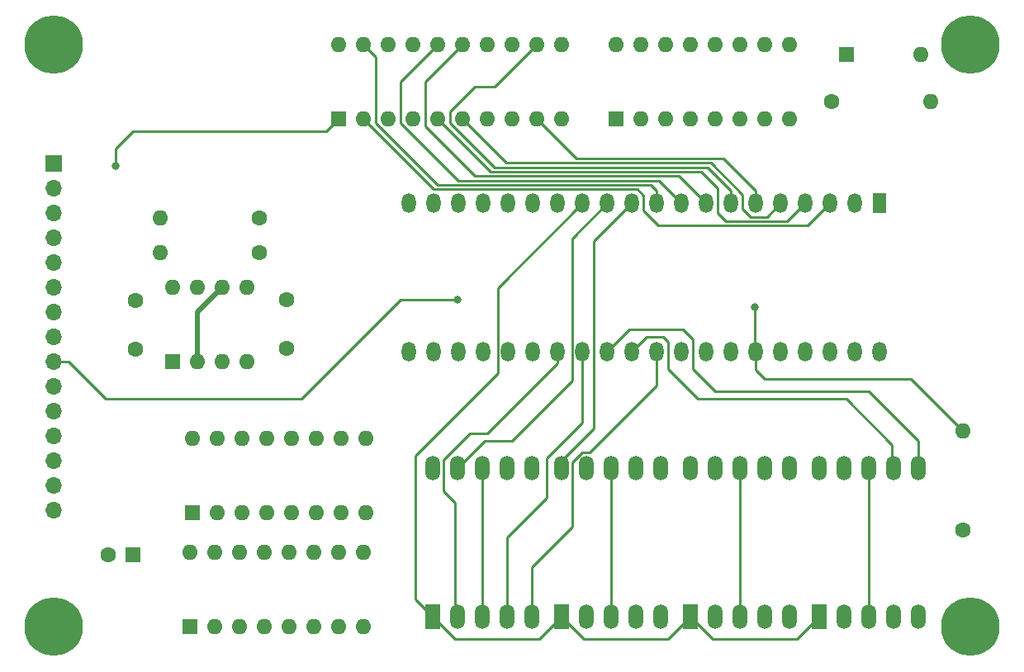
<source format=gbr>
%TF.GenerationSoftware,KiCad,Pcbnew,(5.1.10-1-10_14)*%
%TF.CreationDate,2021-07-31T23:03:57-04:00*%
%TF.ProjectId,DISPLAY,44495350-4c41-4592-9e6b-696361645f70,rev?*%
%TF.SameCoordinates,Original*%
%TF.FileFunction,Copper,L2,Inr*%
%TF.FilePolarity,Positive*%
%FSLAX46Y46*%
G04 Gerber Fmt 4.6, Leading zero omitted, Abs format (unit mm)*
G04 Created by KiCad (PCBNEW (5.1.10-1-10_14)) date 2021-07-31 23:03:57*
%MOMM*%
%LPD*%
G01*
G04 APERTURE LIST*
%TA.AperFunction,ComponentPad*%
%ADD10O,1.700000X1.700000*%
%TD*%
%TA.AperFunction,ComponentPad*%
%ADD11R,1.700000X1.700000*%
%TD*%
%TA.AperFunction,ComponentPad*%
%ADD12O,1.600000X1.600000*%
%TD*%
%TA.AperFunction,ComponentPad*%
%ADD13C,1.600000*%
%TD*%
%TA.AperFunction,ComponentPad*%
%ADD14R,1.600000X1.600000*%
%TD*%
%TA.AperFunction,ComponentPad*%
%ADD15C,0.800000*%
%TD*%
%TA.AperFunction,ComponentPad*%
%ADD16C,6.000000*%
%TD*%
%TA.AperFunction,ComponentPad*%
%ADD17O,1.440000X2.000000*%
%TD*%
%TA.AperFunction,ComponentPad*%
%ADD18R,1.440000X2.000000*%
%TD*%
%TA.AperFunction,ComponentPad*%
%ADD19R,1.524000X2.524000*%
%TD*%
%TA.AperFunction,ComponentPad*%
%ADD20O,1.524000X2.524000*%
%TD*%
%TA.AperFunction,ViaPad*%
%ADD21C,0.800000*%
%TD*%
%TA.AperFunction,Conductor*%
%ADD22C,0.500000*%
%TD*%
%TA.AperFunction,Conductor*%
%ADD23C,0.250000*%
%TD*%
G04 APERTURE END LIST*
D10*
%TO.N,VCC*%
%TO.C,J2*%
X86868000Y-58928000D03*
%TO.N,GND*%
X86868000Y-56388000D03*
%TO.N,SIGNED*%
X86868000Y-53848000D03*
%TO.N,RST*%
X86868000Y-51308000D03*
%TO.N,CLOCK*%
X86868000Y-48768000D03*
%TO.N,OI*%
X86868000Y-46228000D03*
%TO.N,HEX*%
X86868000Y-43688000D03*
%TO.N,BUS0*%
X86868000Y-41148000D03*
%TO.N,BUS1*%
X86868000Y-38608000D03*
%TO.N,BUS2*%
X86868000Y-36068000D03*
%TO.N,BUS3*%
X86868000Y-33528000D03*
%TO.N,BUS4*%
X86868000Y-30988000D03*
%TO.N,BUS5*%
X86868000Y-28448000D03*
%TO.N,BUS6*%
X86868000Y-25908000D03*
D11*
%TO.N,BUS7*%
X86868000Y-23368000D03*
%TD*%
D12*
%TO.N,HEX*%
%TO.C,R2*%
X180086000Y-50800000D03*
D13*
%TO.N,GND*%
X180086000Y-60960000D03*
%TD*%
D12*
%TO.N,SIGNED*%
%TO.C,SW1*%
X175768000Y-12192000D03*
D14*
%TO.N,VCC*%
X168148000Y-12192000D03*
%TD*%
D12*
%TO.N,SIGNED*%
%TO.C,R1*%
X176784000Y-17018000D03*
D13*
%TO.N,GND*%
X166624000Y-17018000D03*
%TD*%
%TO.N,GND*%
%TO.C,C16*%
X92496000Y-63500000D03*
D14*
%TO.N,VCC*%
X94996000Y-63500000D03*
%TD*%
D15*
%TO.N,N/C*%
%TO.C,REF\u002A\u002A*%
X88458990Y-9585010D03*
X86868000Y-8926000D03*
X85277010Y-9585010D03*
X84618000Y-11176000D03*
X85277010Y-12766990D03*
X86868000Y-13426000D03*
X88458990Y-12766990D03*
X89118000Y-11176000D03*
D16*
X86868000Y-11176000D03*
%TD*%
%TO.N,N/C*%
%TO.C,REF\u002A\u002A*%
X86868000Y-70866000D03*
D15*
X89118000Y-70866000D03*
X88458990Y-72456990D03*
X86868000Y-73116000D03*
X85277010Y-72456990D03*
X84618000Y-70866000D03*
X85277010Y-69275010D03*
X86868000Y-68616000D03*
X88458990Y-69275010D03*
%TD*%
D16*
%TO.N,N/C*%
%TO.C,REF\u002A\u002A*%
X180848000Y-11176000D03*
D15*
X183098000Y-11176000D03*
X182438990Y-12766990D03*
X180848000Y-13426000D03*
X179257010Y-12766990D03*
X178598000Y-11176000D03*
X179257010Y-9585010D03*
X180848000Y-8926000D03*
X182438990Y-9585010D03*
%TD*%
%TO.N,N/C*%
%TO.C,REF\u002A\u002A*%
X182438990Y-69275010D03*
X180848000Y-68616000D03*
X179257010Y-69275010D03*
X178598000Y-70866000D03*
X179257010Y-72456990D03*
X180848000Y-73116000D03*
X182438990Y-72456990D03*
X183098000Y-70866000D03*
D16*
X180848000Y-70866000D03*
%TD*%
D12*
%TO.N,VCC*%
%TO.C,U4332*%
X100838000Y-63246000D03*
%TO.N,GND*%
X118618000Y-70866000D03*
%TO.N,N/C*%
X103378000Y-63246000D03*
%TO.N,SIGN_DISPLAY*%
X116078000Y-70866000D03*
%TO.N,N/C*%
X105918000Y-63246000D03*
%TO.N,100_DISPLAY*%
X113538000Y-70866000D03*
%TO.N,N/C*%
X108458000Y-63246000D03*
%TO.N,10_DISPLAY*%
X110998000Y-70866000D03*
%TO.N,N/C*%
X110998000Y-63246000D03*
%TO.N,1_DISPLAY*%
X108458000Y-70866000D03*
%TO.N,N/C*%
X113538000Y-63246000D03*
%TO.N,A1*%
X105918000Y-70866000D03*
%TO.N,N/C*%
X116078000Y-63246000D03*
%TO.N,A0*%
X103378000Y-70866000D03*
%TO.N,N/C*%
X118618000Y-63246000D03*
D14*
%TO.N,GND*%
X100838000Y-70866000D03*
%TD*%
D12*
%TO.N,VCC*%
%TO.C,U2444*%
X101092000Y-51562000D03*
X118872000Y-59182000D03*
%TO.N,Net-(U2444-Pad15)*%
X103632000Y-51562000D03*
%TO.N,VCC*%
X116332000Y-59182000D03*
%TO.N,A0*%
X106172000Y-51562000D03*
X113792000Y-59182000D03*
%TO.N,GND*%
X108712000Y-51562000D03*
%TO.N,VCC*%
X111252000Y-59182000D03*
X111252000Y-51562000D03*
X108712000Y-59182000D03*
%TO.N,Net-(U2444-Pad11)*%
X113792000Y-51562000D03*
%TO.N,VCC*%
X106172000Y-59182000D03*
%TO.N,A1*%
X116332000Y-51562000D03*
%TO.N,VCC*%
X103632000Y-59182000D03*
X118872000Y-51562000D03*
D14*
%TO.N,RATE*%
X101092000Y-59182000D03*
%TD*%
D12*
%TO.N,VCC*%
%TO.C,U1555*%
X99060000Y-36068000D03*
%TO.N,Net-(U1555-Pad4)*%
X106680000Y-43688000D03*
%TO.N,Net-(R1452-Pad1)*%
X101600000Y-36068000D03*
%TO.N,RATE*%
X104140000Y-43688000D03*
%TO.N,Net-(C133-Pad2)*%
X104140000Y-36068000D03*
X101600000Y-43688000D03*
%TO.N,Net-(C233-Pad1)*%
X106680000Y-36068000D03*
D14*
%TO.N,GND*%
X99060000Y-43688000D03*
%TD*%
D17*
%TO.N,*%
%TO.C,U9*%
X123291600Y-42672000D03*
X123291600Y-27432000D03*
X125831600Y-42672000D03*
X125831600Y-27432000D03*
X128371600Y-42672000D03*
X128371600Y-27432000D03*
X130911600Y-42672000D03*
X130911600Y-27432000D03*
X133451600Y-42672000D03*
X133451600Y-27432000D03*
X135991600Y-42672000D03*
X135991600Y-27432000D03*
%TO.N,D_SEG*%
X138531600Y-42672000D03*
%TO.N,GND*%
X138531600Y-27432000D03*
%TO.N,C_SEG*%
X141071600Y-42672000D03*
%TO.N,E_SEG*%
X141071600Y-27432000D03*
%TO.N,B_SEG*%
X143611600Y-42672000D03*
%TO.N,F_SEG*%
X143611600Y-27432000D03*
%TO.N,A_SEG*%
X146151600Y-42672000D03*
%TO.N,G_SEG*%
X146151600Y-27432000D03*
%TO.N,DP_SEG*%
X148691600Y-42672000D03*
%TO.N,Net-(U3-Pad19)*%
X148691600Y-27432000D03*
%TO.N,GND*%
X151231600Y-42672000D03*
%TO.N,Net-(U3-Pad16)*%
X151231600Y-27432000D03*
%TO.N,SIGNED*%
X153771600Y-42672000D03*
%TO.N,Net-(U3-Pad15)*%
X153771600Y-27432000D03*
%TO.N,GND*%
X156311600Y-42672000D03*
%TO.N,Net-(U3-Pad12)*%
X156311600Y-27432000D03*
%TO.N,HEX*%
X158851600Y-42672000D03*
%TO.N,Net-(U3-Pad9)*%
X158851600Y-27432000D03*
%TO.N,A1*%
X161391600Y-42672000D03*
%TO.N,Net-(U3-Pad6)*%
X161391600Y-27432000D03*
%TO.N,A0*%
X163931600Y-42672000D03*
%TO.N,Net-(U3-Pad5)*%
X163931600Y-27432000D03*
%TO.N,GND*%
X166471600Y-42672000D03*
%TO.N,Net-(U3-Pad2)*%
X166471600Y-27432000D03*
%TO.N,VCC*%
X169011600Y-42672000D03*
%TO.N,GND*%
X169011600Y-27432000D03*
%TO.N,VCC*%
X171551600Y-42672000D03*
D18*
%TO.N,GND*%
X171551600Y-27432000D03*
%TD*%
D19*
%TO.N,E_SEG*%
%TO.C,U6*%
X165354000Y-69850000D03*
D20*
%TO.N,D_SEG*%
X167894000Y-69850000D03*
%TO.N,1_DISPLAY*%
X170434000Y-69850000D03*
%TO.N,C_SEG*%
X172974000Y-69850000D03*
%TO.N,DP_SEG*%
X175514000Y-69850000D03*
%TO.N,B_SEG*%
X175514000Y-54610000D03*
%TO.N,A_SEG*%
X172974000Y-54610000D03*
%TO.N,1_DISPLAY*%
X170434000Y-54610000D03*
%TO.N,F_SEG*%
X167894000Y-54610000D03*
%TO.N,G_SEG*%
X165354000Y-54610000D03*
%TD*%
D19*
%TO.N,E_SEG*%
%TO.C,U5*%
X152146000Y-69850000D03*
D20*
%TO.N,D_SEG*%
X154686000Y-69850000D03*
%TO.N,10_DISPLAY*%
X157226000Y-69850000D03*
%TO.N,C_SEG*%
X159766000Y-69850000D03*
%TO.N,DP_SEG*%
X162306000Y-69850000D03*
%TO.N,B_SEG*%
X162306000Y-54610000D03*
%TO.N,A_SEG*%
X159766000Y-54610000D03*
%TO.N,10_DISPLAY*%
X157226000Y-54610000D03*
%TO.N,F_SEG*%
X154686000Y-54610000D03*
%TO.N,G_SEG*%
X152146000Y-54610000D03*
%TD*%
D19*
%TO.N,E_SEG*%
%TO.C,U4*%
X138938000Y-69850000D03*
D20*
%TO.N,D_SEG*%
X141478000Y-69850000D03*
%TO.N,100_DISPLAY*%
X144018000Y-69850000D03*
%TO.N,C_SEG*%
X146558000Y-69850000D03*
%TO.N,DP_SEG*%
X149098000Y-69850000D03*
%TO.N,B_SEG*%
X149098000Y-54610000D03*
%TO.N,A_SEG*%
X146558000Y-54610000D03*
%TO.N,100_DISPLAY*%
X144018000Y-54610000D03*
%TO.N,F_SEG*%
X141478000Y-54610000D03*
%TO.N,G_SEG*%
X138938000Y-54610000D03*
%TD*%
D12*
%TO.N,VCC*%
%TO.C,U3*%
X116078000Y-11176000D03*
%TO.N,GND*%
X138938000Y-18796000D03*
%TO.N,Net-(U3-Pad19)*%
X118618000Y-11176000D03*
%TO.N,Net-(U3-Pad9)*%
X136398000Y-18796000D03*
%TO.N,BUS0*%
X121158000Y-11176000D03*
%TO.N,BUS4*%
X133858000Y-18796000D03*
%TO.N,BUS1*%
X123698000Y-11176000D03*
%TO.N,BUS5*%
X131318000Y-18796000D03*
%TO.N,Net-(U3-Pad16)*%
X126238000Y-11176000D03*
%TO.N,Net-(U3-Pad6)*%
X128778000Y-18796000D03*
%TO.N,Net-(U3-Pad15)*%
X128778000Y-11176000D03*
%TO.N,Net-(U3-Pad5)*%
X126238000Y-18796000D03*
%TO.N,BUS2*%
X131318000Y-11176000D03*
%TO.N,BUS6*%
X123698000Y-18796000D03*
%TO.N,BUS3*%
X133858000Y-11176000D03*
%TO.N,BUS7*%
X121158000Y-18796000D03*
%TO.N,Net-(U3-Pad12)*%
X136398000Y-11176000D03*
%TO.N,Net-(U3-Pad2)*%
X118618000Y-18796000D03*
%TO.N,Net-(U2-Pad3)*%
X138938000Y-11176000D03*
D14*
%TO.N,RST*%
X116078000Y-18796000D03*
%TD*%
D12*
%TO.N,N/C*%
%TO.C,U2*%
X144526000Y-11176000D03*
X162306000Y-18796000D03*
X147066000Y-11176000D03*
%TO.N,GND*%
X159766000Y-18796000D03*
%TO.N,VCC*%
X149606000Y-11176000D03*
%TO.N,N/C*%
X157226000Y-18796000D03*
X152146000Y-11176000D03*
X154686000Y-18796000D03*
X154686000Y-11176000D03*
X152146000Y-18796000D03*
X157226000Y-11176000D03*
%TO.N,Net-(U2-Pad3)*%
X149606000Y-18796000D03*
%TO.N,N/C*%
X159766000Y-11176000D03*
%TO.N,CLOCK*%
X147066000Y-18796000D03*
%TO.N,N/C*%
X162306000Y-11176000D03*
D14*
%TO.N,OI*%
X144526000Y-18796000D03*
%TD*%
D19*
%TO.N,E_SEG*%
%TO.C,U1*%
X125730000Y-69850000D03*
D20*
%TO.N,D_SEG*%
X128270000Y-69850000D03*
%TO.N,SIGN_DISPLAY*%
X130810000Y-69850000D03*
%TO.N,C_SEG*%
X133350000Y-69850000D03*
%TO.N,DP_SEG*%
X135890000Y-69850000D03*
%TO.N,B_SEG*%
X135890000Y-54610000D03*
%TO.N,A_SEG*%
X133350000Y-54610000D03*
%TO.N,SIGN_DISPLAY*%
X130810000Y-54610000D03*
%TO.N,F_SEG*%
X128270000Y-54610000D03*
%TO.N,G_SEG*%
X125730000Y-54610000D03*
%TD*%
D12*
%TO.N,VCC*%
%TO.C,R2123*%
X97790000Y-32512000D03*
D13*
%TO.N,Net-(R1452-Pad1)*%
X107950000Y-32512000D03*
%TD*%
D12*
%TO.N,Net-(C133-Pad2)*%
%TO.C,R1452*%
X97790000Y-28956000D03*
D13*
%TO.N,Net-(R1452-Pad1)*%
X107950000Y-28956000D03*
%TD*%
%TO.N,GND*%
%TO.C,C233*%
X110744000Y-42338000D03*
%TO.N,Net-(C233-Pad1)*%
X110744000Y-37338000D03*
%TD*%
%TO.N,Net-(C133-Pad2)*%
%TO.C,C133*%
X95250000Y-37418000D03*
%TO.N,GND*%
X95250000Y-42418000D03*
%TD*%
D21*
%TO.N,RST*%
X93218000Y-23622000D03*
%TO.N,HEX*%
X128270000Y-37338000D03*
X158750000Y-38100000D03*
%TD*%
D22*
%TO.N,Net-(C133-Pad2)*%
X104140000Y-36068000D02*
X101600000Y-38608000D01*
X101600000Y-38608000D02*
X101600000Y-43688000D01*
D23*
%TO.N,Net-(U3-Pad5)*%
X131652033Y-24210033D02*
X153242033Y-24210033D01*
X155759989Y-29267989D02*
X162095611Y-29267989D01*
X154940000Y-25908000D02*
X154940000Y-28448000D01*
X153242033Y-24210033D02*
X154940000Y-25908000D01*
X154940000Y-28448000D02*
X155759989Y-29267989D01*
X162095611Y-29267989D02*
X163931600Y-27432000D01*
X126238000Y-18796000D02*
X131652033Y-24210033D01*
%TO.N,RST*%
X114808000Y-20066000D02*
X116078000Y-18796000D01*
X93218000Y-21844000D02*
X94996000Y-20066000D01*
X94996000Y-20066000D02*
X114808000Y-20066000D01*
X93218000Y-23622000D02*
X93218000Y-21844000D01*
%TO.N,E_SEG*%
X125730000Y-69850000D02*
X125730000Y-69342000D01*
X138938000Y-69850000D02*
X138938000Y-69596000D01*
X128016000Y-72136000D02*
X125730000Y-69850000D01*
X136652000Y-72136000D02*
X128016000Y-72136000D01*
X138938000Y-69850000D02*
X136652000Y-72136000D01*
X149860000Y-72136000D02*
X141224000Y-72136000D01*
X141224000Y-72136000D02*
X138938000Y-69850000D01*
X152146000Y-69850000D02*
X149860000Y-72136000D01*
X154432000Y-72136000D02*
X152146000Y-69850000D01*
X163068000Y-72136000D02*
X154432000Y-72136000D01*
X165354000Y-69850000D02*
X163068000Y-72136000D01*
X132406590Y-44885410D02*
X123952000Y-53340000D01*
X123952000Y-68072000D02*
X125730000Y-69850000D01*
X123952000Y-53340000D02*
X123952000Y-68072000D01*
X132406590Y-36097010D02*
X132406590Y-44885410D01*
X141071600Y-27432000D02*
X132406590Y-36097010D01*
%TO.N,D_SEG*%
X138531600Y-42672000D02*
X138531600Y-42316400D01*
X126817010Y-53776990D02*
X126817010Y-56967010D01*
X129540000Y-51054000D02*
X126817010Y-53776990D01*
X126817010Y-56967010D02*
X128016000Y-58166000D01*
X128016000Y-69596000D02*
X128270000Y-69850000D01*
X128016000Y-58166000D02*
X128016000Y-69596000D01*
X138531600Y-42672000D02*
X138531600Y-43840400D01*
X131318000Y-51054000D02*
X129540000Y-51054000D01*
X138531600Y-43840400D02*
X131318000Y-51054000D01*
%TO.N,SIGN_DISPLAY*%
X130810000Y-54610000D02*
X130810000Y-69850000D01*
%TO.N,C_SEG*%
X141071600Y-42672000D02*
X141071600Y-49936400D01*
X141071600Y-49936400D02*
X137414000Y-53594000D01*
X137414000Y-53594000D02*
X137414000Y-57658000D01*
X133350000Y-61722000D02*
X133350000Y-69850000D01*
X137414000Y-57658000D02*
X133350000Y-61722000D01*
%TO.N,B_SEG*%
X175514000Y-51816000D02*
X175514000Y-54610000D01*
X170434000Y-46736000D02*
X175514000Y-51816000D01*
X151384000Y-40386000D02*
X152400000Y-41402000D01*
X145897600Y-40386000D02*
X151384000Y-40386000D01*
X152400000Y-44450000D02*
X154686000Y-46736000D01*
X152400000Y-41402000D02*
X152400000Y-44450000D01*
X154686000Y-46736000D02*
X170434000Y-46736000D01*
X143611600Y-42672000D02*
X145897600Y-40386000D01*
%TO.N,A_SEG*%
X146151600Y-42672000D02*
X146151600Y-42316400D01*
X172841733Y-54477733D02*
X172974000Y-54610000D01*
X172841733Y-52191733D02*
X172841733Y-54477733D01*
X152908000Y-47498000D02*
X168148000Y-47498000D01*
X168148000Y-47498000D02*
X172841733Y-52191733D01*
X149352000Y-41148000D02*
X149860000Y-41656000D01*
X149860000Y-44450000D02*
X152908000Y-47498000D01*
X149860000Y-41656000D02*
X149860000Y-44450000D01*
X147675600Y-41148000D02*
X149352000Y-41148000D01*
X146151600Y-42672000D02*
X147675600Y-41148000D01*
%TO.N,F_SEG*%
X143611600Y-27432000D02*
X143611600Y-27787600D01*
X140026590Y-31017010D02*
X140026590Y-45647410D01*
X143611600Y-27432000D02*
X140026590Y-31017010D01*
X140026590Y-45647410D02*
X133858000Y-51816000D01*
X131064000Y-51816000D02*
X128270000Y-54610000D01*
X133858000Y-51816000D02*
X131064000Y-51816000D01*
%TO.N,G_SEG*%
X146050000Y-27533600D02*
X146050000Y-28194000D01*
X146151600Y-27432000D02*
X146050000Y-27533600D01*
X138938000Y-53848000D02*
X138938000Y-54610000D01*
X142240000Y-50546000D02*
X138938000Y-53848000D01*
X142240000Y-31343600D02*
X142240000Y-50546000D01*
X146151600Y-27432000D02*
X142240000Y-31343600D01*
%TO.N,Net-(U3-Pad19)*%
X119888000Y-12446000D02*
X118618000Y-11176000D01*
X119888000Y-19191002D02*
X119888000Y-12446000D01*
X126257064Y-25560066D02*
X119888000Y-19191002D01*
X148069666Y-25560066D02*
X126257064Y-25560066D01*
X148691600Y-26182000D02*
X148069666Y-25560066D01*
X148691600Y-27432000D02*
X148691600Y-26182000D01*
%TO.N,Net-(U3-Pad9)*%
X158851600Y-26182000D02*
X155529600Y-22860000D01*
X155529600Y-22860000D02*
X140462000Y-22860000D01*
X140462000Y-22860000D02*
X136398000Y-18796000D01*
X158851600Y-27432000D02*
X158851600Y-26182000D01*
%TO.N,Net-(U3-Pad16)*%
X122428000Y-14986000D02*
X126238000Y-11176000D01*
X122428000Y-19191002D02*
X122428000Y-14986000D01*
X148909655Y-25110055D02*
X128347053Y-25110055D01*
X128347053Y-25110055D02*
X122428000Y-19191002D01*
X151231600Y-27432000D02*
X148909655Y-25110055D01*
%TO.N,Net-(U3-Pad6)*%
X158291845Y-28817978D02*
X157480000Y-28006133D01*
X161391600Y-27432000D02*
X160005622Y-28817978D01*
X160005622Y-28817978D02*
X158291845Y-28817978D01*
X157480000Y-26541589D02*
X154248422Y-23310011D01*
X154248422Y-23310011D02*
X133292011Y-23310011D01*
X133292011Y-23310011D02*
X128778000Y-18796000D01*
X157480000Y-28006133D02*
X157480000Y-26541589D01*
%TO.N,Net-(U3-Pad15)*%
X150999644Y-24660044D02*
X130070044Y-24660044D01*
X124968000Y-14986000D02*
X128778000Y-11176000D01*
X124968000Y-19558000D02*
X124968000Y-14986000D01*
X130070044Y-24660044D02*
X124968000Y-19558000D01*
X153771600Y-27432000D02*
X150999644Y-24660044D01*
%TO.N,Net-(U3-Pad12)*%
X127508000Y-18034000D02*
X130048000Y-15494000D01*
X132077020Y-23760022D02*
X127508000Y-19191002D01*
X127508000Y-19191002D02*
X127508000Y-18034000D01*
X156311600Y-26182000D02*
X153889622Y-23760022D01*
X130048000Y-15494000D02*
X132080000Y-15494000D01*
X153889622Y-23760022D02*
X132077020Y-23760022D01*
X132080000Y-15494000D02*
X136398000Y-11176000D01*
X156311600Y-27432000D02*
X156311600Y-26182000D01*
%TO.N,Net-(U3-Pad2)*%
X146700810Y-26010077D02*
X125832077Y-26010077D01*
X148844000Y-29718000D02*
X147320000Y-28194000D01*
X166471600Y-27432000D02*
X164185600Y-29718000D01*
X125832077Y-26010077D02*
X118618000Y-18796000D01*
X147320000Y-26629267D02*
X146700810Y-26010077D01*
X147320000Y-28194000D02*
X147320000Y-26629267D01*
X164185600Y-29718000D02*
X148844000Y-29718000D01*
%TO.N,100_DISPLAY*%
X144018000Y-69850000D02*
X144018000Y-54610000D01*
%TO.N,10_DISPLAY*%
X157226000Y-54610000D02*
X157226000Y-69850000D01*
%TO.N,1_DISPLAY*%
X170434000Y-54610000D02*
X170434000Y-69850000D01*
%TO.N,DP_SEG*%
X141795010Y-53022990D02*
X148691600Y-46126400D01*
X148691600Y-46126400D02*
X148691600Y-42672000D01*
X141027746Y-53022990D02*
X141795010Y-53022990D01*
X140025010Y-54025726D02*
X141027746Y-53022990D01*
X140025010Y-60634990D02*
X140025010Y-54025726D01*
X135890000Y-64770000D02*
X140025010Y-60634990D01*
X135890000Y-69850000D02*
X135890000Y-64770000D01*
%TO.N,HEX*%
X158750000Y-42570400D02*
X158851600Y-42672000D01*
X158750000Y-38100000D02*
X158750000Y-42570400D01*
X158851600Y-44551600D02*
X158851600Y-42672000D01*
X159766000Y-45466000D02*
X158851600Y-44551600D01*
X174752000Y-45466000D02*
X159766000Y-45466000D01*
X180086000Y-50800000D02*
X174752000Y-45466000D01*
X92202000Y-47498000D02*
X112268000Y-47498000D01*
X112268000Y-47498000D02*
X122428000Y-37338000D01*
X88392000Y-43688000D02*
X92202000Y-47498000D01*
X122428000Y-37338000D02*
X128270000Y-37338000D01*
X86868000Y-43688000D02*
X88392000Y-43688000D01*
%TD*%
M02*

</source>
